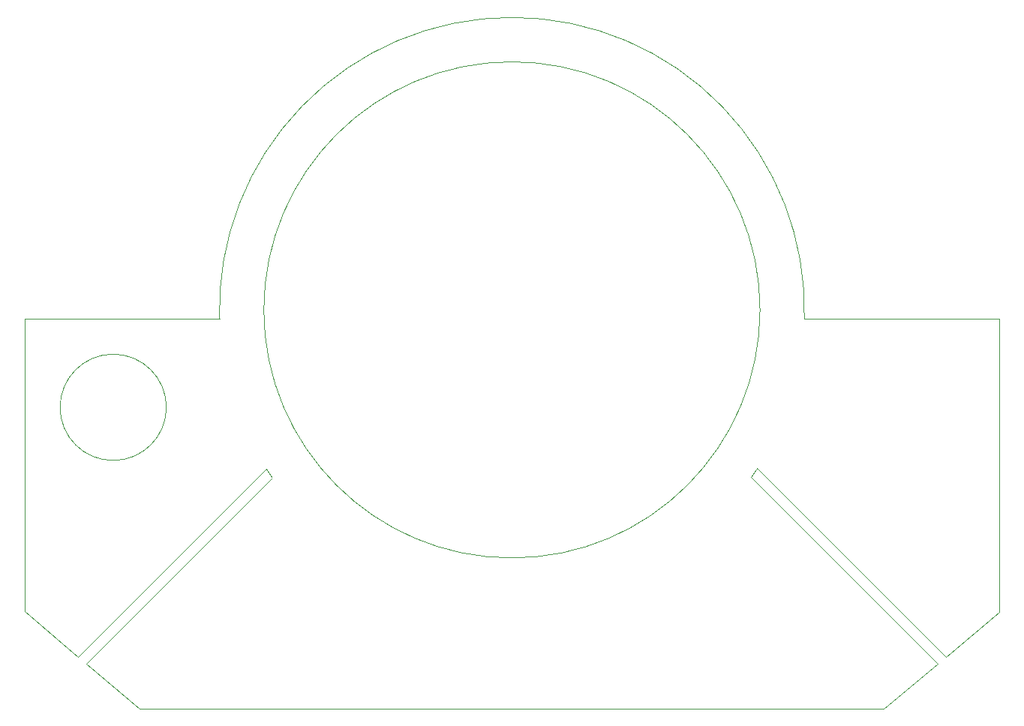
<source format=gm1>
G04 #@! TF.GenerationSoftware,KiCad,Pcbnew,(5.1.4)-1*
G04 #@! TF.CreationDate,2023-03-05T20:54:53+09:00*
G04 #@! TF.ProjectId,TopPlate,546f7050-6c61-4746-952e-6b696361645f,rev?*
G04 #@! TF.SameCoordinates,Original*
G04 #@! TF.FileFunction,Profile,NP*
%FSLAX46Y46*%
G04 Gerber Fmt 4.6, Leading zero omitted, Abs format (unit mm)*
G04 Created by KiCad (PCBNEW (5.1.4)-1) date 2023-03-05 20:54:53*
%MOMM*%
%LPD*%
G04 APERTURE LIST*
%ADD10C,0.050000*%
G04 APERTURE END LIST*
D10*
X175101708Y-94200000D02*
G75*
G03X175101708Y-94200000I-28001708J0D01*
G01*
X120060217Y-113142842D02*
X99075000Y-134125000D01*
X98150000Y-133350000D02*
X119375001Y-112124999D01*
X174810263Y-112106632D02*
X196050000Y-133350000D01*
X195125000Y-134125000D02*
X174124999Y-113124999D01*
X174810264Y-112106632D02*
G75*
G02X174124999Y-113124999I-27710264J17906632D01*
G01*
X120060216Y-113142842D02*
G75*
G02X119375001Y-112124999I27039784J18942842D01*
G01*
X195125000Y-134125000D02*
X189100000Y-139200000D01*
X202100000Y-128300000D02*
X196050000Y-133350000D01*
X99075000Y-134125000D02*
X105100000Y-139200000D01*
X92100000Y-128250000D02*
X98150000Y-133350000D01*
X108100000Y-105200000D02*
G75*
G03X108100000Y-105200000I-6000000J0D01*
G01*
X114100001Y-95200001D02*
G75*
G02X180099999Y-95199999I32999999J1000001D01*
G01*
X92100000Y-95200000D02*
X114100000Y-95200000D01*
X92100000Y-128250000D02*
X92100000Y-95200000D01*
X202100000Y-95200000D02*
X180100000Y-95200000D01*
X202100000Y-128300000D02*
X202100000Y-95200000D01*
X105100000Y-139200000D02*
X189100000Y-139200000D01*
M02*

</source>
